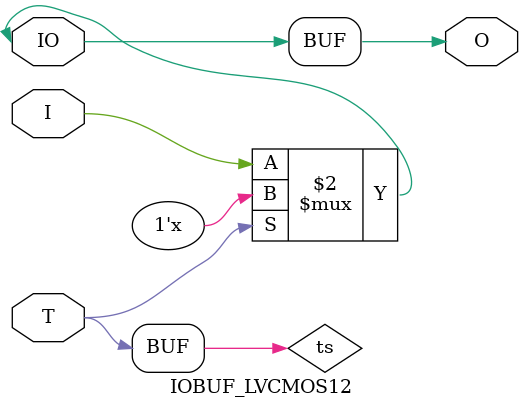
<source format=v>

/*

FUNCTION	: INPUT TRI-STATE OUTPUT BUFFER

*/

`celldefine
`timescale  100 ps / 10 ps

module IOBUF_LVCMOS12 (O, IO, I, T);

    output O;

    inout  IO;

    input  I, T;

    or O1 (ts, 1'b0, T);
    bufif0 T1 (IO, I, ts);

    buf B1 (O, IO);

endmodule


</source>
